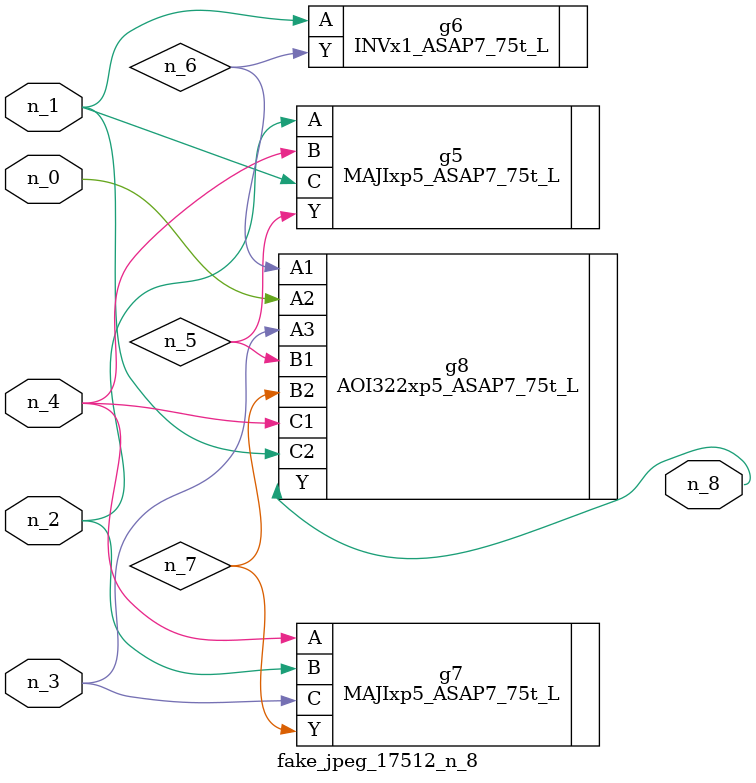
<source format=v>
module fake_jpeg_17512_n_8 (n_3, n_2, n_1, n_0, n_4, n_8);

input n_3;
input n_2;
input n_1;
input n_0;
input n_4;

output n_8;

wire n_6;
wire n_5;
wire n_7;

MAJIxp5_ASAP7_75t_L g5 ( 
.A(n_2),
.B(n_4),
.C(n_1),
.Y(n_5)
);

INVx1_ASAP7_75t_L g6 ( 
.A(n_1),
.Y(n_6)
);

MAJIxp5_ASAP7_75t_L g7 ( 
.A(n_4),
.B(n_2),
.C(n_3),
.Y(n_7)
);

AOI322xp5_ASAP7_75t_L g8 ( 
.A1(n_6),
.A2(n_0),
.A3(n_3),
.B1(n_5),
.B2(n_7),
.C1(n_4),
.C2(n_1),
.Y(n_8)
);


endmodule
</source>
